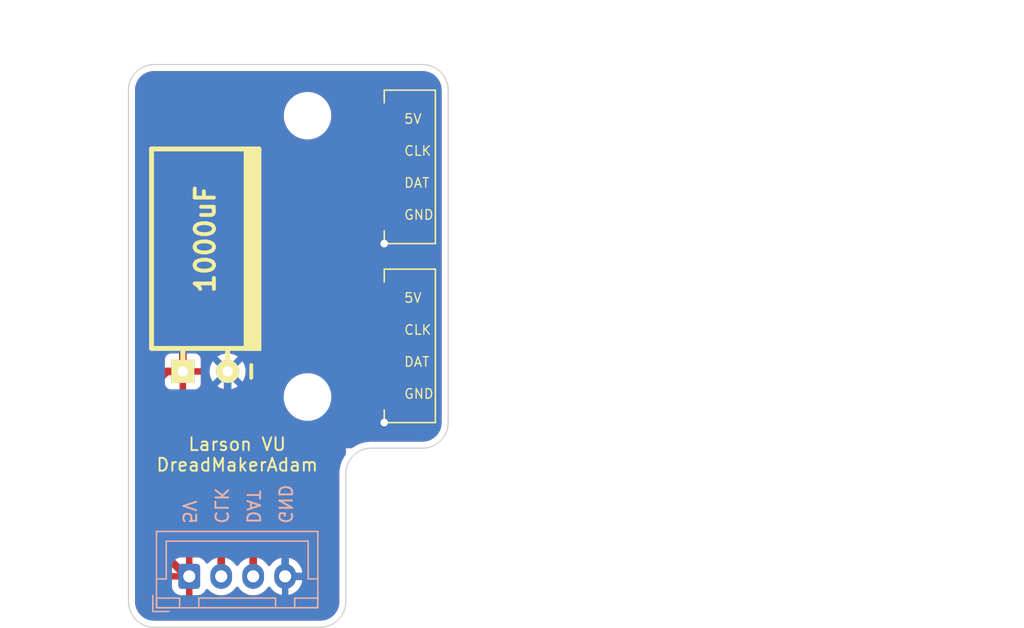
<source format=kicad_pcb>
(kicad_pcb (version 20211014) (generator pcbnew)
  (layers (0 "F.Cu" signal) (31 "B.Cu" signal) (34 "B.Paste" user) (35 "F.Paste" user) (36 "B.SilkS" user "B.Silkscreen") (37 "F.SilkS" user "F.Silkscreen") (38 "B.Mask" user) (39 "F.Mask" user) (44 "Edge.Cuts" user))
  (net 0 "")
  (net 1 "GND")
  (net 2 "5V")
  (net 3 "DATA")
  (net 4 "CLK")
  (footprint "libs:APA102_STRIP" (layer "F.Cu") (at 80 77)
    (fp_text reference "J2" hide)
    (fp_text value "ToStrip" hide)
    (fp_line (start 0 6) (end 0 5) (layer "F.SilkS") (width 0.12))
    (fp_line (start 0 -6) (end 0 -5) (layer "F.SilkS") (width 0.12))
    (fp_line (start 0 -6) (end 4 -6) (layer "F.SilkS") (width 0.12))
    (fp_line (start 4 6) (end 0 6) (layer "F.SilkS") (width 0.12))
    (fp_line (start 4 -6) (end 4 6) (layer "F.SilkS") (width 0.12))
    (pad "1" connect roundrect (at 0 -3.81) (size 2.54 1.524) (layers "F.Cu" "F.Mask") (net 2 "5V"))
    (pad "2" connect roundrect (at 0 -1.27) (size 2.54 1.524) (layers "F.Cu" "F.Mask") (net 4 "CLK"))
    (pad "3" connect roundrect (at 0 1.27) (size 2.54 1.524) (layers "F.Cu" "F.Mask") (net 3 "DATA"))
    (pad "4" connect roundrect (at 0 3.81) (size 2.54 1.524) (layers "F.Cu" "F.Mask") (net 1 "GND"))
  )
  (footprint "MountingHole:MountingHole_2.7mm_M2.5" (layer "F.Cu") (at 74 81)
    (fp_text reference "H1" hide)
    (fp_text value "MountingHole" hide)
    (pad "" np_thru_hole circle (at 0 0) (size 2.7 2.7) (drill 2.7) (layers *.Cu *.Mask))
  )
  (footprint "libs:CP_8x15mm_horiz-L" (layer "F.Cu") (at 66 79 -90)
    (fp_text reference "C1" hide)
    (fp_text value "1000uF" (at -10.34525 0 90) (layer "F.SilkS") (effects (font (size 1.5 1.5) (thickness 0.3))))
    (fp_line (start -17.4 4.2) (end -17.4 -4.2) (layer "F.SilkS") (width 0.381))
    (fp_line (start -1.8 4.2) (end -17.4 4.2) (layer "F.SilkS") (width 0.381))
    (fp_line (start -1.8 1.75) (end 0 1.75) (layer "F.SilkS") (width 0.381))
    (fp_line (start -0.5 -3.6) (end 0.5 -3.6) (layer "F.SilkS") (width 0.3))
    (fp_line (start -1.8 -1.75) (end 0 -1.75) (layer "F.SilkS") (width 0.381))
    (fp_line (start -1.8 -4.2) (end -1.8 4.2) (layer "F.SilkS") (width 0.381))
    (fp_poly (pts (xy -1.8 -3.2) (xy -17.4 -3.2) (xy -17.4 -4.2) (xy -1.8 -4.2)) (layer "F.SilkS") (width 0.381) (fill solid))
    (pad "1" thru_hole rect locked (at 0 1.75 270) (size 1.8 1.8) (drill 0.8) (layers *.Cu *.Mask "F.SilkS") (net 2 "5V"))
    (pad "2" thru_hole circle locked (at 0 -1.75 270) (size 1.8 1.8) (drill 0.8) (layers *.Cu *.Mask "F.SilkS") (net 1 "GND"))
  )
  (footprint "libs:APA102_STRIP" (layer "F.Cu") (at 80 63)
    (fp_text reference "J3" hide)
    (fp_text value "ToStrip" hide)
    (fp_line (start 0 -6) (end 0 -5) (layer "F.SilkS") (width 0.12))
    (fp_line (start 4 6) (end 0 6) (layer "F.SilkS") (width 0.12))
    (fp_line (start 0 6) (end 0 5) (layer "F.SilkS") (width 0.12))
    (fp_line (start 0 -6) (end 4 -6) (layer "F.SilkS") (width 0.12))
    (fp_line (start 4 -6) (end 4 6) (layer "F.SilkS") (width 0.12))
    (pad "1" connect roundrect (at 0 -3.81) (size 2.54 1.524) (layers "F.Cu" "F.Mask") (net 2 "5V"))
    (pad "2" connect roundrect (at 0 -1.27) (size 2.54 1.524) (layers "F.Cu" "F.Mask") (net 4 "CLK"))
    (pad "3" connect roundrect (at 0 1.27) (size 2.54 1.524) (layers "F.Cu" "F.Mask") (net 3 "DATA"))
    (pad "4" connect roundrect (at 0 3.81) (size 2.54 1.524) (layers "F.Cu" "F.Mask") (net 1 "GND"))
  )
  (footprint "MountingHole:MountingHole_2.7mm_M2.5" (layer "F.Cu") (at 74 59)
    (fp_text reference "H2" hide)
    (fp_text value "MountingHole" hide)
    (pad "" np_thru_hole circle (at 0 0) (size 2.7 2.7) (drill 2.7) (layers *.Cu *.Mask))
  )
  (footprint "Connector_JST:JST_XH_B4B-XH-A_1x04_P2.50mm_Vertical" (layer "B.Cu") (at 64.75 95.025)
    (fp_text reference "J1" hide)
    (fp_text value "FromController" hide)
    (fp_line (start 10.06 -3.51) (end 10.06 2.46) (layer "B.SilkS") (width 0.12))
    (fp_line (start 0.75 2.45) (end 0.75 1.7) (layer "B.SilkS") (width 0.12))
    (fp_line (start 10.05 1.7) (end 10.05 2.45) (layer "B.SilkS") (width 0.12))
    (fp_line (start 9.3 -2.75) (end 3.75 -2.75) (layer "B.SilkS") (width 0.12))
    (fp_line (start -1.8 0.2) (end -1.8 -2.75) (layer "B.SilkS") (width 0.12))
    (fp_line (start -0.75 1.7) (end -0.75 2.45) (layer "B.SilkS") (width 0.12))
    (fp_line (start 8.25 1.7) (end 10.05 1.7) (layer "B.SilkS") (width 0.12))
    (fp_line (start 10.05 0.2) (end 9.3 0.2) (layer "B.SilkS") (width 0.12))
    (fp_line (start -1.8 -2.75) (end 3.75 -2.75) (layer "B.SilkS") (width 0.12))
    (fp_line (start -2.55 0.2) (end -1.8 0.2) (layer "B.SilkS") (width 0.12))
    (fp_line (start -1.6 2.75) (end -2.85 2.75) (layer "B.SilkS") (width 0.12))
    (fp_line (start -2.56 2.46) (end -2.56 -3.51) (layer "B.SilkS") (width 0.12))
    (fp_line (start 0.75 1.7) (end 6.75 1.7) (layer "B.SilkS") (width 0.12))
    (fp_line (start -0.75 2.45) (end -2.55 2.45) (layer "B.SilkS") (width 0.12))
    (fp_line (start -2.55 2.45) (end -2.55 1.7) (layer "B.SilkS") (width 0.12))
    (fp_line (start -2.55 1.7) (end -0.75 1.7) (layer "B.SilkS") (width 0.12))
    (fp_line (start 8.25 2.45) (end 8.25 1.7) (layer "B.SilkS") (width 0.12))
    (fp_line (start 10.06 2.46) (end -2.56 2.46) (layer "B.SilkS") (width 0.12))
    (fp_line (start -2.56 -3.51) (end 10.06 -3.51) (layer "B.SilkS") (width 0.12))
    (fp_line (start -2.85 2.75) (end -2.85 1.5) (layer "B.SilkS") (width 0.12))
    (fp_line (start 10.05 2.45) (end 8.25 2.45) (layer "B.SilkS") (width 0.12))
    (fp_line (start 9.3 0.2) (end 9.3 -2.75) (layer "B.SilkS") (width 0.12))
    (fp_line (start 6.75 2.45) (end 0.75 2.45) (layer "B.SilkS") (width 0.12))
    (fp_line (start 6.75 1.7) (end 6.75 2.45) (layer "B.SilkS") (width 0.12))
    (pad "1" thru_hole roundrect (at 0 0) (size 1.7 1.95) (drill 0.95) (layers *.Cu *.Mask) (roundrect_rratio 0.1470588235) (net 2 "5V"))
    (pad "2" thru_hole oval (at 2.5 0) (size 1.7 1.95) (drill 0.95) (layers *.Cu *.Mask) (net 4 "CLK"))
    (pad "3" thru_hole oval (at 5 0) (size 1.7 1.95) (drill 0.95) (layers *.Cu *.Mask) (net 3 "DATA"))
    (pad "4" thru_hole oval (at 7.5 0) (size 1.7 1.95) (drill 0.95) (layers *.Cu *.Mask) (net 1 "GND"))
  )
  (gr_arc (start 85 83) (mid 84.414214 84.414214) (end 83 85) (layer "Edge.Cuts") (width 0.1))
  (gr_arc (start 62 99) (mid 60.585786 98.414214) (end 60 97) (layer "Edge.Cuts") (width 0.1))
  (gr_line (start 85 57) (end 85 83) (layer "Edge.Cuts") (width 0.1))
  (gr_arc (start 60 57) (mid 60.585786 55.585786) (end 62 55) (layer "Edge.Cuts") (width 0.1))
  (gr_arc (start 77 87) (mid 77.585786 85.585786) (end 79 85) (layer "Edge.Cuts") (width 0.1))
  (gr_line (start 75 99) (end 62 99) (layer "Edge.Cuts") (width 0.1))
  (gr_arc (start 83 55) (mid 84.414214 55.585786) (end 85 57) (layer "Edge.Cuts") (width 0.1))
  (gr_line (start 83 85) (end 79 85) (layer "Edge.Cuts") (width 0.1))
  (gr_arc (start 77 97) (mid 76.414214 98.414214) (end 75 99) (layer "Edge.Cuts") (width 0.1))
  (gr_line (start 62 55) (end 83 55) (layer "Edge.Cuts") (width 0.1))
  (gr_line (start 77 97) (end 77 87) (layer "Edge.Cuts") (width 0.1))
  (gr_line (start 60 97) (end 60 57) (layer "Edge.Cuts") (width 0.1))
  (gr_text "DAT" (at 69.75 91 270) (layer "B.SilkS") (effects (font (size 1 1)) (justify left mirror)))
  (gr_text "5V" (at 64.75 91 270) (layer "B.SilkS") (effects (font (size 1 1)) (justify left mirror)))
  (gr_text "GND" (at 72.25 91 270) (layer "B.SilkS") (effects (font (size 1 1)) (justify left mirror)))
  (gr_text "CLK" (at 67.25 91 270) (layer "B.SilkS") (effects (font (size 1 1)) (justify left mirror)))
  (gr_text "DAT" (at 81.5 78.25) (layer "F.SilkS") (effects (font (size 0.75 0.75) (thickness 0.1)) (justify left)))
  (gr_text "CLK" (at 81.5 75.75) (layer "F.SilkS") (effects (font (size 0.75 0.75) (thickness 0.1)) (justify left)))
  (gr_text "Larson VU\nDreadMakerAdam" (at 68.5 85.5) (layer "F.SilkS") (effects (font (size 1 1))))
  (gr_text "5V" (at 81.5 73.25) (layer "F.SilkS") (effects (font (size 0.75 0.75) (thickness 0.1)) (justify left)))
  (gr_text "5V" (at 81.5 59.25) (layer "F.SilkS") (effects (font (size 0.75 0.75) (thickness 0.1)) (justify left)))
  (gr_text "GND" (at 81.5 80.75) (layer "F.SilkS") (effects (font (size 0.75 0.75) (thickness 0.1)) (justify left)))
  (gr_text "CLK" (at 81.5 61.75) (layer "F.SilkS") (effects (font (size 0.75 0.75) (thickness 0.1)) (justify left)))
  (gr_text "DAT" (at 81.5 64.25) (layer "F.SilkS") (effects (font (size 0.75 0.75) (thickness 0.1)) (justify left)))
  (gr_text "GND" (at 81.5 66.75) (layer "F.SilkS") (effects (font (size 0.75 0.75) (thickness 0.1)) (justify left)))
  (segment (start 80 66.81) (end 80 69) (width 0.6) (layer "F.Cu") (net 1))
  (segment (start 80 80.81) (end 80 83) (width 0.6) (layer "F.Cu") (net 1))
  (via (at 80 69) (size 1) (drill 0.6) (layers "F.Cu" "B.Cu") (net 1))
  (via (at 80 83) (size 1) (drill 0.6) (layers "F.Cu" "B.Cu") (net 1))
  (segment (start 80 69) (end 82 71) (width 0.6) (layer "B.Cu") (net 1))
  (segment (start 72.25 86.75) (end 68 82.5) (width 0.6) (layer "B.Cu") (net 1))
  (segment (start 72.25 95.025) (end 72.25 86.75) (width 0.6) (layer "B.Cu") (net 1))
  (segment (start 67.75 81.75) (end 67.75 79) (width 0.6) (layer "B.Cu") (net 1))
  (segment (start 76 85.5) (end 76 94.5) (width 0.6) (layer "B.Cu") (net 1))
  (segment (start 68 82) (end 67.75 81.75) (width 0.6) (layer "B.Cu") (net 1))
  (segment (start 80 83) (end 79 84) (width 0.6) (layer "B.Cu") (net 1))
  (segment (start 76 94.5) (end 75.475 95.025) (width 0.6) (layer "B.Cu") (net 1))
  (segment (start 68 82.5) (end 68 82) (width 0.6) (layer "B.Cu") (net 1))
  (segment (start 79 84) (end 77.5 84) (width 0.6) (layer "B.Cu") (net 1))
  (segment (start 77.5 84) (end 76 85.5) (width 0.6) (layer "B.Cu") (net 1))
  (segment (start 82 83.5) (end 81.5 84) (width 0.6) (layer "B.Cu") (net 1))
  (segment (start 75.475 95.025) (end 72.25 95.025) (width 0.6) (layer "B.Cu") (net 1))
  (segment (start 81.5 84) (end 79 84) (width 0.6) (layer "B.Cu") (net 1))
  (segment (start 82 71) (end 82 83.5) (width 0.6) (layer "B.Cu") (net 1))
  (segment (start 64.25 75.75) (end 64.25 73.75) (width 0.6) (layer "F.Cu") (net 2))
  (segment (start 61.5 80.5) (end 61.5 92) (width 0.6) (layer "F.Cu") (net 2))
  (segment (start 64.25 73.75) (end 78.81 59.19) (width 0.6) (layer "F.Cu") (net 2))
  (segment (start 78.81 59.19) (end 80 59.19) (width 0.6) (layer "F.Cu") (net 2))
  (segment (start 63 79) (end 61.5 80.5) (width 0.6) (layer "F.Cu") (net 2))
  (segment (start 61.5 92) (end 64.525 95.025) (width 0.6) (layer "F.Cu") (net 2))
  (segment (start 64.25 79) (end 64.25 75.75) (width 0.6) (layer "F.Cu") (net 2))
  (segment (start 64.25 75.75) (end 66.81 73.19) (width 0.6) (layer "F.Cu") (net 2))
  (segment (start 64.525 95.025) (end 64.75 95.025) (width 0.6) (layer "F.Cu") (net 2))
  (segment (start 64.25 79) (end 63 79) (width 0.6) (layer "F.Cu") (net 2))
  (segment (start 66.81 73.19) (end 80 73.19) (width 0.6) (layer "F.Cu") (net 2))
  (segment (start 83 66) (end 81.27 64.27) (width 0.6) (layer "F.Cu") (net 3))
  (segment (start 81.27 64.27) (end 80 64.27) (width 0.6) (layer "F.Cu") (net 3))
  (segment (start 83 77) (end 83 66) (width 0.6) (layer "F.Cu") (net 3))
  (segment (start 69.75 95.025) (end 69.75 90.25) (width 0.6) (layer "F.Cu") (net 3))
  (segment (start 77.5 79.5) (end 78.73 78.27) (width 0.6) (layer "F.Cu") (net 3))
  (segment (start 80 78.27) (end 81.73 78.27) (width 0.6) (layer "F.Cu") (net 3))
  (segment (start 78.73 78.27) (end 80 78.27) (width 0.6) (layer "F.Cu") (net 3))
  (segment (start 69.75 90.25) (end 77.5 82.5) (width 0.6) (layer "F.Cu") (net 3))
  (segment (start 81.73 78.27) (end 83 77) (width 0.6) (layer "F.Cu") (net 3))
  (segment (start 77.5 82.5) (end 77.5 79.5) (width 0.6) (layer "F.Cu") (net 3))
  (segment (start 78.5 71) (end 77.5 70) (width 0.6) (layer "F.Cu") (net 4))
  (segment (start 82 72) (end 81 71) (width 0.6) (layer "F.Cu") (net 4))
  (segment (start 74.77 75.73) (end 80 75.73) (width 0.6) (layer "F.Cu") (net 4))
  (segment (start 81.27 75.73) (end 82 75) (width 0.6) (layer "F.Cu") (net 4))
  (segment (start 80 75.73) (end 81.27 75.73) (width 0.6) (layer "F.Cu") (net 4))
  (segment (start 77.5 63) (end 78.77 61.73) (width 0.6) (layer "F.Cu") (net 4))
  (segment (start 81 71) (end 78.5 71) (width 0.6) (layer "F.Cu") (net 4))
  (segment (start 78.77 61.73) (end 80 61.73) (width 0.6) (layer "F.Cu") (net 4))
  (segment (start 82 75) (end 82 72) (width 0.6) (layer "F.Cu") (net 4))
  (segment (start 67.25 95.025) (end 67.25 83.25) (width 0.6) (layer "F.Cu") (net 4))
  (segment (start 77.5 70) (end 77.5 63) (width 0.6) (layer "F.Cu") (net 4))
  (segment (start 67.25 83.25) (end 74.77 75.73) (width 0.6) (layer "F.Cu") (net 4))
  (zone (net 2) (net_name "5V") (layer "F.Cu") (connect_pads (clearance 0.508)) (min_thickness 0.254) (fill yes (thermal_gap 0.508) (thermal_bridge_width 0.508))
    (polygon (pts (xy 85 85) (xy 77 85) (xy 77 99) (xy 60 99) (xy 60 55) (xy 85 55)))
  )
  (zone (net 1) (net_name "GND") (layer "B.Cu") (connect_pads (clearance 0.508)) (min_thickness 0.254) (fill yes (thermal_gap 0.508) (thermal_bridge_width 0.508))
    (polygon (pts (xy 85 85) (xy 77 85) (xy 77 99) (xy 60 99) (xy 60 55) (xy 85 55)))
  )
)
</source>
